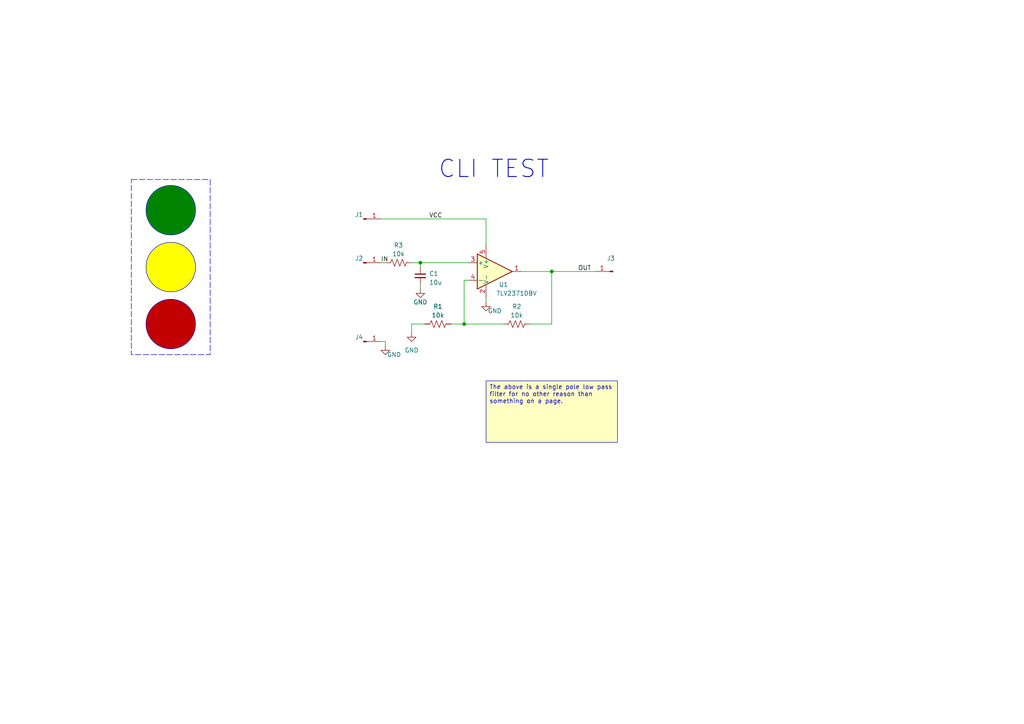
<source format=kicad_sch>
(kicad_sch (version 20230121) (generator eeschema)
  (paper "A4")
  (title_block (title "Cli Test") (date "2023-04-28") (rev "1") (company "KiCad"))
  (lib_symbols
    (symbol "Amplifier_Operational:TLV2371DBV" (pin_names (offset 0.127))
      (property "Reference" "U" (at -1.27 6.35 0))
      (property "Value" "TLV2371DBV" (at -1.27 3.81 0))
      (symbol "TLV2371DBV_0_1"
        (polyline (pts (xy -5.08 5.08) (xy 5.08 0) (xy -5.08 -5.08) (xy -5.08 5.08)) (stroke (width 0.254)) (fill (type background)))
        (pin power_in line (at -2.54 -7.62 90) (length 3.81) (name "V-") (number "2"))
        (pin power_in line (at -2.54 7.62 270) (length 3.81) (name "V+") (number "5"))
      )
      (symbol "TLV2371DBV_1_1"
        (pin output line (at 7.62 0 180) (length 2.54) (name "~") (number "1"))
        (pin input line (at -7.62 2.54 0) (length 2.54) (name "+") (number "3"))
        (pin input line (at -7.62 -2.54 0) (length 2.54) (name "-") (number "4"))
      )
    )
    (symbol "Connector:Conn_01x01_Pin" (pin_names (offset 1.016) hide)
      (property "Reference" "J" (at 0 2.54 0))
      (property "Value" "Conn_01x01_Pin" (at 0 -2.54 0))
      (symbol "Conn_01x01_Pin_1_1"
        (polyline (pts (xy 1.27 0) (xy 0.8636 0)) (stroke (width 0.1524)))
        (rectangle (start 0.8636 0.127) (end 0 -0.127) (stroke (width 0.1524)) (fill (type outline)))
        (pin passive line (at 5.08 0 180) (length 3.81) (name "Pin_1") (number "1"))
      )
    )
    (symbol "Device:C_Small" (pin_numbers hide) (pin_names (offset 0.254) hide)
      (property "Reference" "C" (at 0.254 1.778 0))
      (property "Value" "C_Small" (at 0.254 -2.032 0))
      (symbol "C_Small_0_1"
        (polyline (pts (xy -1.524 -0.508) (xy 1.524 -0.508)) (stroke (width 0.3302)))
        (polyline (pts (xy -1.524 0.508) (xy 1.524 0.508)) (stroke (width 0.3048)))
      )
      (symbol "C_Small_1_1"
        (pin passive line (at 0 2.54 270) (length 2.032) (name "~") (number "1"))
        (pin passive line (at 0 -2.54 90) (length 2.032) (name "~") (number "2"))
      )
    )
    (symbol "Device:R_US" (pin_numbers hide) (pin_names (offset 0))
      (property "Reference" "R" (at 2.54 0 90))
      (property "Value" "R_US" (at -2.54 0 90))
      (symbol "R_US_0_1"
        (polyline (pts (xy 0 -2.286) (xy 0 -2.54)))
        (polyline (pts (xy 0 2.286) (xy 0 2.54)))
        (polyline (pts (xy 0 -0.762) (xy 1.016 -1.143) (xy 0 -1.524) (xy -1.016 -1.905) (xy 0 -2.286)))
        (polyline (pts (xy 0 0.762) (xy 1.016 0.381) (xy 0 0) (xy -1.016 -0.381) (xy 0 -0.762)))
        (polyline (pts (xy 0 2.286) (xy 1.016 1.905) (xy 0 1.524) (xy -1.016 1.143) (xy 0 0.762)))
      )
      (symbol "R_US_1_1"
        (pin passive line (at 0 3.81 270) (length 1.27) (name "~") (number "1"))
        (pin passive line (at 0 -3.81 90) (length 1.27) (name "~") (number "2"))
      )
    )
    (symbol "power:GND" (power) (pin_names (offset 0))
      (property "Value" "GND" (at 0 -3.81 0))
      (symbol "GND_0_1"
        (polyline (pts (xy 0 0) (xy 0 -1.27) (xy 1.27 -1.27) (xy 0 -2.54) (xy -1.27 -1.27) (xy 0 -1.27)))
      )
      (symbol "GND_1_1"
        (pin power_in line (at 0 0 270) (length 0) hide (name "GND") (number "1"))
      )
    )
  )
  (junction (at 134.62 93.98))
  (junction (at 160.02 78.74))
  (junction (at 121.92 76.2))
  (wire (pts (xy 111.76 99.06) (xy 111.76 100.33)))
  (wire (pts (xy 134.62 81.28) (xy 134.62 93.98)))
  (wire (pts (xy 160.02 78.74) (xy 172.72 78.74)))
  (wire (pts (xy 160.02 93.98) (xy 160.02 78.74)))
  (wire (pts (xy 121.92 76.2) (xy 135.89 76.2)))
  (wire (pts (xy 110.49 99.06) (xy 111.76 99.06)))
  (wire (pts (xy 110.49 76.2) (xy 111.76 76.2)))
  (wire (pts (xy 140.97 71.12) (xy 140.97 63.5)))
  (wire (pts (xy 121.92 83.82) (xy 121.92 82.55)))
  (wire (pts (xy 123.19 93.98) (xy 119.38 93.98)))
  (wire (pts (xy 135.89 81.28) (xy 134.62 81.28)))
  (wire (pts (xy 119.38 93.98) (xy 119.38 96.52)))
  (wire (pts (xy 130.81 93.98) (xy 134.62 93.98)))
  (wire (pts (xy 121.92 76.2) (xy 121.92 77.47)))
  (wire (pts (xy 110.49 63.5) (xy 140.97 63.5)))
  (wire (pts (xy 140.97 86.36) (xy 140.97 87.63)))
  (wire (pts (xy 119.38 76.2) (xy 121.92 76.2)))
  (wire (pts (xy 151.13 78.74) (xy 160.02 78.74)))
  (wire (pts (xy 134.62 93.98) (xy 146.05 93.98)))
  (wire (pts (xy 153.67 93.98) (xy 160.02 93.98)))
  (circle (center 49.53 77.47) (radius 7.1842) (fill (type color) (color 255 255 0 1)))
  (rectangle (start 38.1 52.07) (end 60.96 102.87) (stroke (width 0) (type dash)))
  (circle (center 49.53 93.98) (radius 7.1842) (fill (type color) (color 194 0 0 1)))
  (circle (center 49.53 60.96) (radius 7.1842) (fill (type color) (color 0 132 0 1)))
  (text_box "The above is a single pole low pass filter for no other reason than something on a page." (at 140.97 110.49 0) (size 38.1 17.78) (fill (type color) (color 255 255 194 1)) (effects (font (size 1.27 1.27)) (justify left top)))
  (text "CLI TEST" (at 127 52.07 0) (effects (font (size 5 5) (thickness 0.254) bold) (justify left bottom)))
  (label "VCC" (at 124.46 63.5 0))
  (label "IN" (at 110.49 76.2 0))
  (label "OUT" (at 167.64 78.74 0))
  (symbol (lib_id "power:GND") (at 119.38 96.52 0) (unit 1)
    (property "Reference" "#PWR01" (effects hide))
    (property "Value" "GND" (at 119.38 101.6 0))
  )
  (symbol (lib_id "Connector:Conn_01x01_Pin") (at 105.41 63.5 0) (unit 1)
    (property "Reference" "J1" (at 104.14 62.23 0))
    (property "Value" "Conn_01x01_Pin" (effects hide))
    (property "Footprint" "TestPoint:TestPoint_Pad_3.0x3.0mm" (effects hide))
  )
  (symbol (lib_id "Connector:Conn_01x01_Pin") (at 105.41 76.2 0) (unit 1)
    (property "Reference" "J2" (at 104.14 74.93 0))
    (property "Value" "Conn_01x01_Pin" (effects hide))
    (property "Footprint" "TestPoint:TestPoint_Pad_3.0x3.0mm" (effects hide))
  )
  (symbol (lib_id "power:GND") (at 121.92 83.82 0) (unit 1)
    (property "Reference" "#PWR03" (effects hide))
    (property "Value" "GND" (at 121.92 87.63 0))
  )
  (symbol (lib_id "power:GND") (at 140.97 87.63 0) (unit 1)
    (property "Reference" "#PWR02" (effects hide))
    (property "Value" "GND" (at 143.51 90.17 0))
  )
  (symbol (lib_id "Connector:Conn_01x01_Pin") (at 105.41 99.06 0) (unit 1)
    (property "Reference" "J4" (at 104.14 97.79 0))
    (property "Value" "Conn_01x01_Pin" (effects hide))
    (property "Footprint" "TestPoint:TestPoint_Pad_3.0x3.0mm" (effects hide))
  )
  (symbol (lib_id "Device:C_Small") (at 121.92 80.01 0) (unit 1)
    (property "Reference" "C1" (at 124.46 79.3813 0) (effects (justify left)))
    (property "Value" "10u" (at 124.46 81.9213 0) (effects (justify left)))
    (property "Footprint" "Capacitor_SMD:C_1206_3216Metric" (effects hide))
  )
  (symbol (lib_id "Device:R_US") (at 149.86 93.98 90) (unit 1)
    (property "Reference" "R2" (at 149.86 88.9 90))
    (property "Value" "10k" (at 149.86 91.44 90))
    (property "Footprint" "Resistor_SMD:R_1206_3216Metric" (effects hide))
  )
  (symbol (lib_id "Device:R_US") (at 115.57 76.2 90) (unit 1)
    (property "Reference" "R3" (at 115.57 71.12 90))
    (property "Value" "10k" (at 115.57 73.66 90))
    (property "Footprint" "Resistor_SMD:R_1206_3216Metric" (effects hide))
  )
  (symbol (lib_id "Connector:Conn_01x01_Pin") (at 177.8 78.74 0) (mirror y) (unit 1)
    (property "Reference" "J3" (at 177.165 74.93 0))
    (property "Value" "Conn_01x01_Pin" (effects hide))
    (property "Footprint" "TestPoint:TestPoint_Pad_3.0x3.0mm" (effects hide))
  )
  (symbol (lib_id "power:GND") (at 111.76 100.33 0) (unit 1)
    (property "Reference" "#PWR04" (effects hide))
    (property "Value" "GND" (at 114.3 102.87 0))
  )
  (symbol (lib_id "Amplifier_Operational:TLV2371DBV") (at 143.51 78.74 0) (unit 1)
    (property "Reference" "U1" (at 146.05 82.55 0))
    (property "Value" "TLV2371DBV" (at 149.86 85.09 0))
    (property "Footprint" "Package_TO_SOT_SMD:SOT-23-5" (effects hide))
    (property "Datasheet" "http://www.ti.com/lit/ds/symlink/tlv2375.pdf" (effects hide))
  )
  (symbol (lib_id "Device:R_US") (at 127 93.98 90) (unit 1)
    (property "Reference" "R1" (at 127 88.9 90))
    (property "Value" "10k" (at 127 91.44 90))
    (property "Footprint" "Resistor_SMD:R_1206_3216Metric" (effects hide))
  )
)
</source>
